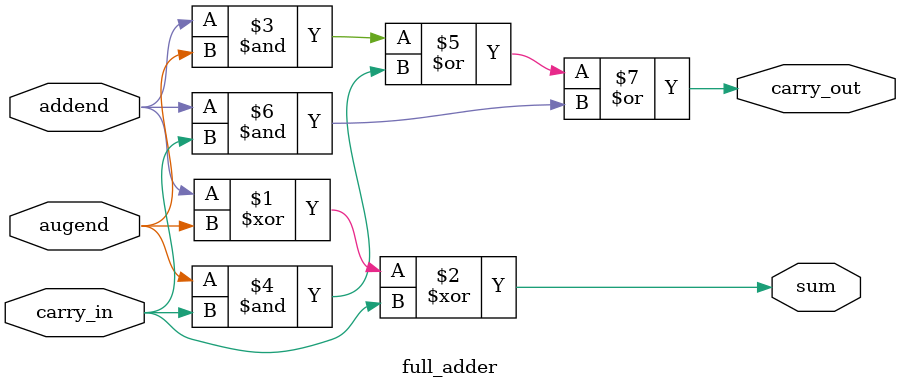
<source format=v>
module full_adder(
	
	input addend,
	input augend,
	input carry_in,
	
	output sum,
	output carry_out

);


assign sum = addend ^ augend ^ carry_in;

assign carry_out = (addend & augend) | (augend & carry_in) | (addend & carry_in);

endmodule 
</source>
